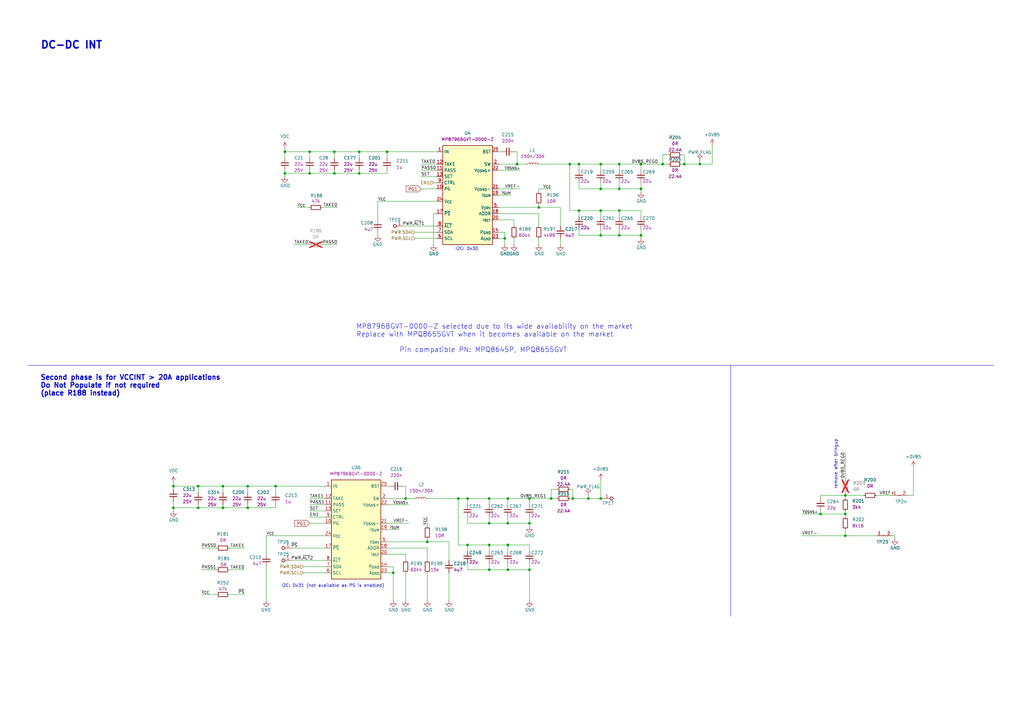
<source format=kicad_sch>
(kicad_sch (version 20231120) (generator "eeschema") (generator_version "8.0")
  (paper "A3")
  (title_block (title "RDIMM DDR5 Tester") (date "2024-12-20") (rev "2.1.0") (comment 1 "www.antmicro.com") (comment 2 "Antmicro"))
  (junction (at 246.38 96.52))
  (junction (at 241.3 204.47))
  (junction (at 336.55 210.82))
  (junction (at 101.6 208.28))
  (junction (at 254 77.47))
  (junction (at 254 67.31))
  (junction (at 113.03 199.39))
  (junction (at 200.66 223.52))
  (junction (at 101.6 199.39))
  (junction (at 200.66 214.63))
  (junction (at 166.37 204.47))
  (junction (at 191.77 223.52))
  (junction (at 158.75 62.23))
  (junction (at 234.95 204.47))
  (junction (at 271.78 67.31))
  (junction (at 254 86.36))
  (junction (at 200.66 204.47))
  (junction (at 147.32 71.12))
  (junction (at 81.28 199.39))
  (junction (at 217.17 214.63))
  (junction (at 237.49 67.31))
  (junction (at 71.12 208.28))
  (junction (at 208.28 223.52))
  (junction (at 287.02 67.31))
  (junction (at 246.38 204.47))
  (junction (at 280.67 67.31))
  (junction (at 127 62.23))
  (junction (at 346.71 210.82))
  (junction (at 254 96.52))
  (junction (at 116.84 71.12))
  (junction (at 246.38 86.36))
  (junction (at 237.49 86.36))
  (junction (at 246.38 77.47))
  (junction (at 212.09 67.31))
  (junction (at 137.16 71.12))
  (junction (at 147.32 62.23))
  (junction (at 346.71 219.71))
  (junction (at 246.38 67.31))
  (junction (at 262.89 77.47))
  (junction (at 208.28 214.63))
  (junction (at 91.44 199.39))
  (junction (at 81.28 208.28))
  (junction (at 91.44 208.28))
  (junction (at 346.71 203.2))
  (junction (at 262.89 67.31))
  (junction (at 175.26 222.25))
  (junction (at 217.17 204.47))
  (junction (at 208.28 233.68))
  (junction (at 127 71.12))
  (junction (at 220.98 85.09))
  (junction (at 233.68 67.31))
  (junction (at 191.77 204.47))
  (junction (at 207.01 97.79))
  (junction (at 208.28 204.47))
  (junction (at 217.17 233.68))
  (junction (at 226.06 204.47))
  (junction (at 137.16 62.23))
  (junction (at 116.84 62.23))
  (junction (at 200.66 233.68))
  (junction (at 161.29 234.95))
  (junction (at 71.12 199.39))
  (junction (at 187.96 204.47))
  (junction (at 262.89 96.52))
  (wire (pts (xy 191.77 204.47) (xy 200.66 204.47)))
  (wire (pts (xy 113.03 208.28) (xy 113.03 207.01)))
  (wire (pts (xy 204.47 67.31) (xy 212.09 67.31)))
  (wire (pts (xy 184.15 234.95) (xy 184.15 246.38)))
  (wire (pts (xy 200.66 223.52) (xy 208.28 223.52)))
  (wire (pts (xy 246.38 67.31) (xy 246.38 69.85)))
  (wire (pts (xy 374.65 191.77) (xy 374.65 203.2)))
  (wire (pts (xy 120.65 100.33) (xy 127 100.33)))
  (wire (pts (xy 365.76 219.71) (xy 367.03 219.71)))
  (wire (pts (xy 116.84 60.96) (xy 116.84 62.23)))
  (wire (pts (xy 204.47 87.63) (xy 220.98 87.63)))
  (wire (pts (xy 246.38 67.31) (xy 254 67.31)))
  (wire (pts (xy 127 62.23) (xy 137.16 62.23)))
  (wire (pts (xy 101.6 199.39) (xy 101.6 201.93)))
  (wire (pts (xy 204.47 85.09) (xy 220.98 85.09)))
  (wire (pts (xy 166.37 227.33) (xy 166.37 229.87)))
  (wire (pts (xy 233.68 200.66) (xy 234.95 200.66)))
  (wire (pts (xy 172.72 67.31) (xy 179.07 67.31)))
  (wire (pts (xy 71.12 199.39) (xy 71.12 200.66)))
  (wire (pts (xy 200.66 204.47) (xy 200.66 207.01)))
  (wire (pts (xy 237.49 67.31) (xy 237.49 69.85)))
  (wire (pts (xy 208.28 223.52) (xy 208.28 226.06)))
  (wire (pts (xy 208.28 204.47) (xy 217.17 204.47)))
  (wire (pts (xy 179.07 82.55) (xy 154.94 82.55)))
  (wire (pts (xy 109.22 219.71) (xy 109.22 227.33)))
  (wire (pts (xy 208.28 204.47) (xy 208.28 207.01)))
  (wire (pts (xy 101.6 199.39) (xy 113.03 199.39)))
  (wire (pts (xy 254 67.31) (xy 254 69.85)))
  (wire (pts (xy 262.89 67.31) (xy 262.89 69.85)))
  (wire (pts (xy 246.38 86.36) (xy 254 86.36)))
  (wire (pts (xy 254 86.36) (xy 254 88.9)))
  (wire (pts (xy 204.47 90.17) (xy 210.82 90.17)))
  (wire (pts (xy 175.26 222.25) (xy 184.15 222.25)))
  (wire (pts (xy 208.28 233.68) (xy 217.17 233.68)))
  (wire (pts (xy 346.71 203.2) (xy 346.71 204.47)))
  (wire (pts (xy 81.28 199.39) (xy 81.28 201.93)))
  (wire (pts (xy 93.98 243.84) (xy 100.33 243.84)))
  (wire (pts (xy 161.29 234.95) (xy 161.29 246.38)))
  (wire (pts (xy 191.77 214.63) (xy 200.66 214.63)))
  (wire (pts (xy 212.09 67.31) (xy 215.9 67.31)))
  (wire (pts (xy 254 74.93) (xy 254 77.47)))
  (wire (pts (xy 161.29 234.95) (xy 158.75 234.95)))
  (wire (pts (xy 254 77.47) (xy 262.89 77.47)))
  (wire (pts (xy 287.02 66.04) (xy 287.02 67.31)))
  (wire (pts (xy 212.09 62.23) (xy 212.09 67.31)))
  (wire (pts (xy 158.75 232.41) (xy 161.29 232.41)))
  (wire (pts (xy 175.26 212.09) (xy 175.26 215.9)))
  (wire (pts (xy 220.98 77.47) (xy 220.98 78.74)))
  (wire (pts (xy 237.49 74.93) (xy 237.49 77.47)))
  (wire (pts (xy 237.49 86.36) (xy 246.38 86.36)))
  (wire (pts (xy 109.22 232.41) (xy 109.22 246.38)))
  (wire (pts (xy 210.82 90.17) (xy 210.82 92.71)))
  (wire (pts (xy 81.28 199.39) (xy 91.44 199.39)))
  (wire (pts (xy 81.28 207.01) (xy 81.28 208.28)))
  (wire (pts (xy 91.44 199.39) (xy 101.6 199.39)))
  (wire (pts (xy 200.66 212.09) (xy 200.66 214.63)))
  (wire (pts (xy 262.89 86.36) (xy 262.89 88.9)))
  (wire (pts (xy 237.49 96.52) (xy 246.38 96.52)))
  (wire (pts (xy 191.77 204.47) (xy 191.77 207.01)))
  (wire (pts (xy 158.75 204.47) (xy 166.37 204.47)))
  (wire (pts (xy 213.36 77.47) (xy 204.47 77.47)))
  (wire (pts (xy 220.98 85.09) (xy 229.87 85.09)))
  (wire (pts (xy 147.32 62.23) (xy 158.75 62.23)))
  (wire (pts (xy 116.84 62.23) (xy 116.84 64.77)))
  (wire (pts (xy 237.49 77.47) (xy 246.38 77.47)))
  (wire (pts (xy 200.66 214.63) (xy 208.28 214.63)))
  (wire (pts (xy 165.1 199.39) (xy 166.37 199.39)))
  (wire (pts (xy 166.37 234.95) (xy 166.37 246.38)))
  (wire (pts (xy 147.32 62.23) (xy 147.32 64.77)))
  (wire (pts (xy 71.12 208.28) (xy 81.28 208.28)))
  (wire (pts (xy 161.29 232.41) (xy 161.29 234.95)))
  (wire (pts (xy 254 93.98) (xy 254 96.52)))
  (wire (pts (xy 158.75 62.23) (xy 179.07 62.23)))
  (wire (pts (xy 279.4 67.31) (xy 280.67 67.31)))
  (wire (pts (xy 262.89 74.93) (xy 262.89 77.47)))
  (wire (pts (xy 124.46 232.41) (xy 133.35 232.41)))
  (wire (pts (xy 241.3 203.2) (xy 241.3 204.47)))
  (wire (pts (xy 226.06 204.47) (xy 228.6 204.47)))
  (wire (pts (xy 138.43 85.09) (xy 132.08 85.09)))
  (wire (pts (xy 116.84 69.85) (xy 116.84 71.12)))
  (wire (pts (xy 127 207.01) (xy 133.35 207.01)))
  (wire (pts (xy 177.8 74.93) (xy 179.07 74.93)))
  (wire (pts (xy 246.38 77.47) (xy 254 77.47)))
  (wire (pts (xy 234.95 204.47) (xy 241.3 204.47)))
  (wire (pts (xy 119.38 229.87) (xy 133.35 229.87)))
  (wire (pts (xy 163.83 217.17) (xy 158.75 217.17)))
  (wire (pts (xy 367.03 220.98) (xy 367.03 219.71)))
  (wire (pts (xy 200.66 233.68) (xy 208.28 233.68)))
  (wire (pts (xy 137.16 62.23) (xy 147.32 62.23)))
  (wire (pts (xy 121.92 85.09) (xy 127 85.09)))
  (wire (pts (xy 262.89 96.52) (xy 262.89 97.79)))
  (wire (pts (xy 204.47 62.23) (xy 205.74 62.23)))
  (wire (pts (xy 328.93 210.82) (xy 336.55 210.82)))
  (wire (pts (xy 217.17 204.47) (xy 217.17 207.01)))
  (wire (pts (xy 81.28 208.28) (xy 91.44 208.28)))
  (wire (pts (xy 175.26 224.79) (xy 175.26 229.87)))
  (wire (pts (xy 233.68 67.31) (xy 233.68 86.36)))
  (wire (pts (xy 200.66 204.47) (xy 208.28 204.47)))
  (wire (pts (xy 234.95 200.66) (xy 234.95 204.47)))
  (polyline (pts (xy 11.43 149.86) (xy 407.67 149.86)))
  (wire (pts (xy 210.82 97.79) (xy 210.82 100.33)))
  (wire (pts (xy 226.06 204.47) (xy 226.06 200.66)))
  (wire (pts (xy 200.66 223.52) (xy 200.66 226.06)))
  (wire (pts (xy 147.32 69.85) (xy 147.32 71.12)))
  (wire (pts (xy 209.55 80.01) (xy 204.47 80.01)))
  (wire (pts (xy 271.78 67.31) (xy 271.78 63.5)))
  (wire (pts (xy 124.46 234.95) (xy 133.35 234.95)))
  (wire (pts (xy 208.28 231.14) (xy 208.28 233.68)))
  (wire (pts (xy 127 62.23) (xy 127 64.77)))
  (wire (pts (xy 154.94 82.55) (xy 154.94 90.17)))
  (wire (pts (xy 346.71 210.82) (xy 336.55 210.82)))
  (wire (pts (xy 127 209.55) (xy 133.35 209.55)))
  (wire (pts (xy 175.26 204.47) (xy 187.96 204.47)))
  (wire (pts (xy 191.77 223.52) (xy 191.77 226.06)))
  (wire (pts (xy 187.96 223.52) (xy 191.77 223.52)))
  (wire (pts (xy 246.38 86.36) (xy 246.38 88.9)))
  (wire (pts (xy 158.75 71.12) (xy 158.75 69.85)))
  (wire (pts (xy 213.36 69.85) (xy 204.47 69.85)))
  (wire (pts (xy 170.18 95.25) (xy 179.07 95.25)))
  (wire (pts (xy 200.66 231.14) (xy 200.66 233.68)))
  (wire (pts (xy 280.67 63.5) (xy 280.67 67.31)))
  (wire (pts (xy 220.98 67.31) (xy 233.68 67.31)))
  (wire (pts (xy 262.89 67.31) (xy 271.78 67.31)))
  (wire (pts (xy 167.64 214.63) (xy 158.75 214.63)))
  (wire (pts (xy 246.38 204.47) (xy 247.65 204.47)))
  (wire (pts (xy 217.17 231.14) (xy 217.17 233.68)))
  (wire (pts (xy 346.71 185.42) (xy 346.71 196.85)))
  (wire (pts (xy 165.1 92.71) (xy 179.07 92.71)))
  (wire (pts (xy 137.16 62.23) (xy 137.16 64.77)))
  (wire (pts (xy 220.98 83.82) (xy 220.98 85.09)))
  (wire (pts (xy 237.49 67.31) (xy 233.68 67.31)))
  (wire (pts (xy 133.35 219.71) (xy 109.22 219.71)))
  (wire (pts (xy 82.55 243.84) (xy 88.9 243.84)))
  (wire (pts (xy 71.12 199.39) (xy 81.28 199.39)))
  (wire (pts (xy 71.12 208.28) (xy 71.12 209.55)))
  (wire (pts (xy 172.72 72.39) (xy 179.07 72.39)))
  (wire (pts (xy 208.28 223.52) (xy 217.17 223.52)))
  (wire (pts (xy 158.75 62.23) (xy 158.75 64.77)))
  (wire (pts (xy 175.26 234.95) (xy 175.26 246.38)))
  (wire (pts (xy 254 67.31) (xy 262.89 67.31)))
  (wire (pts (xy 127 212.09) (xy 133.35 212.09)))
  (wire (pts (xy 207.01 97.79) (xy 204.47 97.79)))
  (wire (pts (xy 237.49 93.98) (xy 237.49 96.52)))
  (wire (pts (xy 346.71 219.71) (xy 359.41 219.71)))
  (wire (pts (xy 191.77 223.52) (xy 200.66 223.52)))
  (wire (pts (xy 207.01 95.25) (xy 207.01 97.79)))
  (wire (pts (xy 116.84 62.23) (xy 127 62.23)))
  (wire (pts (xy 233.68 204.47) (xy 234.95 204.47)))
  (wire (pts (xy 346.71 209.55) (xy 346.71 210.82)))
  (wire (pts (xy 82.55 233.68) (xy 88.9 233.68)))
  (wire (pts (xy 207.01 97.79) (xy 207.01 100.33)))
  (wire (pts (xy 91.44 207.01) (xy 91.44 208.28)))
  (wire (pts (xy 71.12 205.74) (xy 71.12 208.28)))
  (wire (pts (xy 113.03 199.39) (xy 113.03 201.93)))
  (wire (pts (xy 100.33 233.68) (xy 93.98 233.68)))
  (wire (pts (xy 237.49 67.31) (xy 246.38 67.31)))
  (wire (pts (xy 166.37 199.39) (xy 166.37 204.47)))
  (wire (pts (xy 71.12 198.12) (xy 71.12 199.39)))
  (wire (pts (xy 346.71 219.71) (xy 346.71 217.17)))
  (wire (pts (xy 191.77 204.47) (xy 187.96 204.47)))
  (wire (pts (xy 217.17 223.52) (xy 217.17 226.06)))
  (wire (pts (xy 208.28 214.63) (xy 217.17 214.63)))
  (wire (pts (xy 280.67 67.31) (xy 287.02 67.31)))
  (wire (pts (xy 217.17 212.09) (xy 217.17 214.63)))
  (wire (pts (xy 246.38 93.98) (xy 246.38 96.52)))
  (wire (pts (xy 147.32 71.12) (xy 158.75 71.12)))
  (wire (pts (xy 175.26 220.98) (xy 175.26 222.25)))
  (wire (pts (xy 229.87 97.79) (xy 229.87 100.33)))
  (wire (pts (xy 158.75 222.25) (xy 175.26 222.25)))
  (wire (pts (xy 127 71.12) (xy 137.16 71.12)))
  (wire (pts (xy 336.55 203.2) (xy 346.71 203.2)))
  (wire (pts (xy 116.84 71.12) (xy 127 71.12)))
  (wire (pts (xy 154.94 95.25) (xy 154.94 96.52)))
  (wire (pts (xy 166.37 204.47) (xy 170.18 204.47)))
  (wire (pts (xy 233.68 86.36) (xy 237.49 86.36)))
  (wire (pts (xy 172.72 77.47) (xy 179.07 77.47)))
  (wire (pts (xy 137.16 69.85) (xy 137.16 71.12)))
  (wire (pts (xy 184.15 222.25) (xy 184.15 229.87)))
  (wire (pts (xy 328.93 219.71) (xy 346.71 219.71)))
  (wire (pts (xy 158.75 227.33) (xy 166.37 227.33)))
  (polyline (pts (xy 299.72 149.86) (xy 299.72 252.73)))
  (wire (pts (xy 237.49 86.36) (xy 237.49 88.9)))
  (wire (pts (xy 158.75 199.39) (xy 160.02 199.39)))
  (wire (pts (xy 217.17 233.68) (xy 217.17 246.38)))
  (wire (pts (xy 191.77 212.09) (xy 191.77 214.63)))
  (wire (pts (xy 359.41 203.2) (xy 365.76 203.2)))
  (wire (pts (xy 187.96 204.47) (xy 187.96 223.52)))
  (wire (pts (xy 246.38 196.85) (xy 246.38 204.47)))
  (wire (pts (xy 127 204.47) (xy 133.35 204.47)))
  (wire (pts (xy 226.06 200.66) (xy 228.6 200.66)))
  (wire (pts (xy 179.07 87.63) (xy 177.8 87.63)))
  (wire (pts (xy 246.38 74.93) (xy 246.38 77.47)))
  (wire (pts (xy 226.06 77.47) (xy 220.98 77.47)))
  (wire (pts (xy 241.3 204.47) (xy 246.38 204.47)))
  (wire (pts (xy 116.84 71.12) (xy 116.84 72.39)))
  (wire (pts (xy 100.33 224.79) (xy 93.98 224.79)))
  (wire (pts (xy 127 69.85) (xy 127 71.12)))
  (wire (pts (xy 254 86.36) (xy 262.89 86.36)))
  (wire (pts (xy 262.89 77.47) (xy 262.89 78.74)))
  (wire (pts (xy 167.64 207.01) (xy 158.75 207.01)))
  (wire (pts (xy 113.03 199.39) (xy 133.35 199.39)))
  (wire (pts (xy 210.82 62.23) (xy 212.09 62.23)))
  (wire (pts (xy 82.55 224.79) (xy 88.9 224.79)))
  (wire (pts (xy 220.98 87.63) (xy 220.98 92.71)))
  (wire (pts (xy 177.8 87.63) (xy 177.8 100.33)))
  (wire (pts (xy 220.98 97.79) (xy 220.98 100.33)))
  (wire (pts (xy 279.4 63.5) (xy 280.67 63.5)))
  (wire (pts (xy 271.78 63.5) (xy 274.32 63.5)))
  (wire (pts (xy 191.77 231.14) (xy 191.77 233.68)))
  (wire (pts (xy 191.77 233.68) (xy 200.66 233.68)))
  (wire (pts (xy 119.38 224.79) (xy 133.35 224.79)))
  (wire (pts (xy 336.55 204.47) (xy 336.55 203.2)))
  (wire (pts (xy 172.72 69.85) (xy 179.07 69.85)))
  (wire (pts (xy 91.44 199.39) (xy 91.44 201.93)))
  (wire (pts (xy 158.75 224.79) (xy 175.26 224.79)))
  (wire (pts (xy 287.02 67.31) (xy 292.1 67.31)))
  (wire (pts (xy 147.32 71.12) (xy 137.16 71.12)))
  (wire (pts (xy 271.78 67.31) (xy 274.32 67.31)))
  (wire (pts (xy 346.71 203.2) (xy 346.71 201.93)))
  (wire (pts (xy 292.1 59.69) (xy 292.1 67.31)))
  (wire (pts (xy 204.47 95.25) (xy 207.01 95.25)))
  (wire (pts (xy 346.71 203.2) (xy 354.33 203.2)))
  (wire (pts (xy 217.17 204.47) (xy 226.06 204.47)))
  (wire (pts (xy 336.55 210.82) (xy 336.55 209.55)))
  (wire (pts (xy 170.18 97.79) (xy 179.07 97.79)))
  (wire (pts (xy 101.6 207.01) (xy 101.6 208.28)))
  (wire (pts (xy 254 96.52) (xy 262.89 96.52)))
  (wire (pts (xy 346.71 210.82) (xy 346.71 212.09)))
  (wire (pts (xy 229.87 85.09) (xy 229.87 92.71)))
  (wire (pts (xy 101.6 208.28) (xy 91.44 208.28)))
  (wire (pts (xy 217.17 214.63) (xy 217.17 215.9)))
  (wire (pts (xy 138.43 100.33) (xy 132.08 100.33)))
  (wire (pts (xy 246.38 96.52) (xy 254 96.52)))
  (wire (pts (xy 262.89 93.98) (xy 262.89 96.52)))
  (wire (pts (xy 208.28 212.09) (xy 208.28 214.63)))
  (wire (pts (xy 372.11 203.2) (xy 374.65 203.2)))
  (wire (pts (xy 127 214.63) (xy 133.35 214.63)))
  (wire (pts (xy 101.6 208.28) (xy 113.03 208.28)))
  (text "DC-DC INT" (at 16.51 20.32 0) (effects (font (size 3 3) (thickness 0.6) (bold yes)) (justify left bottom)))
  (text "MP8796BGVT-0000-Z selected due to its wide availability on the market\nReplace with MPQ8655GVT when it becomes available on the market" (at 146.05 138.43 0) (effects (font (size 2 2)) (justify left bottom)))
  (text "I2C: 0x31 (not available as PS is enabled)" (at 115.316 241.046 0) (effects (font (size 1.27 1.27)) (justify left bottom)))
  (text "I2C: 0x30" (at 186.69 102.87 0) (effects (font (size 1.27 1.27)) (justify left bottom)))
  (text "remove after bringup" (at 343.535 200.66 90) (effects (font (size 1.27 1.27)) (justify left bottom)))
  (text "Second phase is for VCCINT > 20A applications\nDo Not Populate if not required \n(place R188 instead)\n" (at 16.51 162.56 0) (effects (font (size 2 2) (thickness 0.4) (bold yes)) (justify left bottom)))
  (text "Pin compatible PN: MPQ8645P, MPQ8655GVT" (at 163.83 144.78 0) (effects (font (size 2 2)) (justify left bottom)))
  (label "V_{0SNS+}" (at 213.36 69.85 180))
  (label "I_{SUM}" (at 163.83 217.17 180))
  (label "V_{CC}" (at 109.22 219.71 0))
  (label "PWR.~{ALT}1" (at 165.1 92.71 0))
  (label "PASS0" (at 138.43 100.33 180))
  (label "SET" (at 172.72 72.39 0))
  (label "V_{CC}" (at 121.92 85.09 0))
  (label "SET" (at 127 209.55 0))
  (label "TAKE0" (at 100.33 233.68 180))
  (label "V_{0SNS+}" (at 328.93 210.82 0))
  (label "V_{0SNS+}" (at 167.64 207.01 180))
  (label "VREF-" (at 328.93 219.71 0))
  (label "V_{CC}" (at 226.06 77.47 180))
  (label "V_{CC}" (at 175.26 212.09 270))
  (label "PASS1" (at 82.55 233.68 0))
  (label "PASS0" (at 82.55 224.79 0))
  (label "TAKE0" (at 138.43 85.09 180))
  (label "TAKE1" (at 100.33 224.79 180))
  (label "~{PS}" (at 119.38 224.79 0))
  (label "VREF-" (at 167.64 214.63 180))
  (label "~{PS}" (at 100.33 243.84 180))
  (label "0V85_REG0" (at 346.71 185.42 270))
  (label "VREF-" (at 213.36 77.47 180))
  (label "PWR.~{ALT}2" (at 119.38 229.87 0))
  (label "VREF+" (at 360.68 203.2 0))
  (label "EN1" (at 127 212.09 0))
  (label "TAKE1" (at 127 204.47 0))
  (label "TAKE0" (at 172.72 67.31 0))
  (label "I_{SUM}" (at 209.55 80.01 180))
  (label "PASS1" (at 127 207.01 0))
  (label "V_{CC}" (at 154.94 82.55 0))
  (label "TAKE0" (at 120.65 100.33 0))
  (label "0V85_REG1" (at 213.36 204.47 0))
  (label "V_{CC}" (at 82.55 243.84 0))
  (label "PASS0" (at 172.72 69.85 0))
  (label "0V85_REG0" (at 259.08 67.31 0))
  (global_label "PG1" (shape input) (at 172.72 77.47 180) (property "Intersheetrefs" "${INTERSHEET_REFS}" (at 166.6395 77.47 0) (effects (justify right))))
  (global_label "PG1" (shape input) (at 127 214.63 180) (property "Intersheetrefs" "${INTERSHEET_REFS}" (at 120.9195 214.63 0) (effects (justify right))))
  (hierarchical_label "PWR.SDA" (shape input) (at 170.18 95.25 180))
  (hierarchical_label "EN1" (shape input) (at 177.8 74.93 180))
  (hierarchical_label "PWR.SCL" (shape input) (at 170.18 97.79 180))
  (hierarchical_label "PWR.SDA" (shape input) (at 124.46 232.41 180))
  (hierarchical_label "PWR.SCL" (shape input) (at 124.46 234.95 180))
  (symbol (lib_id "antmicroCapacitors0603:C_22u_0603") (at 254 93.98 90) (unit 1)
    (property "Reference" "C266" (at 254.635 89.535 90) (effects (justify right)))
    (property "Value" "C_22u_0603" (effects (hide yes)))
    (property "Footprint" "antmicro-footprints:C_0603_1608Metric" (effects (hide yes)))
    (property "Datasheet" "https://www.murata.com/products/productdetail?partno=GRM188R60J226MEA0%23" (effects (hide yes)))
    (property "Manufacturer" "Murata" (effects (hide yes)))
    (property "MPN" "GRM188R60J226MEA0D" (effects (hide yes)))
    (property "Val" "22u" (at 254.635 93.345 90) (effects (justify right)))
    (property "License" "Apache-2.0" (effects (hide yes)))
    (property "Author" "Antmicro" (effects (hide yes)))
  )
  (symbol (lib_id "antmicroCapacitors0603:C_22u_0603") (at 217.17 231.14 90) (unit 1)
    (property "Reference" "C272" (at 217.805 226.695 90) (effects (justify right)))
    (property "Value" "C_22u_0603" (effects (hide yes)))
    (property "Footprint" "antmicro-footprints:C_0603_1608Metric" (effects (hide yes)))
    (property "Datasheet" "https://www.murata.com/products/productdetail?partno=GRM188R60J226MEA0%23" (effects (hide yes)))
    (property "Manufacturer" "Murata" (effects (hide yes)))
    (property "MPN" "GRM188R60J226MEA0D" (effects (hide yes)))
    (property "Val" "22u" (at 217.805 230.505 90) (effects (justify right)))
    (property "License" "Apache-2.0" (effects (hide yes)))
    (property "Author" "Antmicro" (effects (hide yes)))
  )
  (symbol (lib_id "antmicroCapacitorsmisc:C_22u_25V_0805") (at 147.32 69.85 90) (unit 1)
    (property "Reference" "C201" (at 151.13 64.7636 90) (effects (justify right)))
    (property "Value" "C_22u_25V_0805" (effects (hide yes)))
    (property "Footprint" "antmicro-footprints:C_0805_2012Metric" (effects (hide yes)))
    (property "Datasheet" "https://product.samsungsem.com/mlcc/CL21A226MAYNNN.do" (effects (hide yes)))
    (property "MPN" "CL21A226MAYNNNE" (effects (hide yes)))
    (property "Manufacturer" "Samsung Electro-Mechanics" (effects (hide yes)))
    (property "License" "Apache-2.0" (effects (hide yes)))
    (property "Author" "Antmicro" (effects (hide yes)))
    (property "Val" "22u" (at 151.13 67.3036 90) (effects (justify right)))
    (property "Voltage" "25V" (at 151.13 69.8436 90) (effects (justify right)))
    (property "Dielectric" "X5R" (effects (hide yes)))
    (property "Public" "False" (effects (hide yes)))
  )
  (symbol (lib_id "antmicroTestPoints:TP_1mm_SMD") (at 119.38 229.87 180) (unit 1)
    (property "Reference" "TP25" (at 116.205 227.33 0))
    (property "Value" "TP_1mm_SMD" (effects (hide yes)))
    (property "Footprint" "antmicro-footprints:TP_SMD_1mm" (effects (hide yes)))
    (property "Author" "Antmicro" (effects (hide yes)))
    (property "License" "Apache-2.0" (effects (hide yes)))
  )
  (symbol (lib_id "antmicroResistors0603:R_0R_22.4A_0603") (at 274.32 63.5 0) (unit 1)
    (property "Reference" "R204" (at 276.86 56.3956 0))
    (property "Value" "R_0R_22.4A_0603" (effects (hide yes)))
    (property "Footprint" "antmicro-footprints:R_0603_1608Metric" (effects (hide yes)))
    (property "Datasheet" "https://fscdn.rohm.com/en/products/databook/datasheet/passive/resistor/chip_resistor/pmr-jpw-e.pdf" (effects (hide yes)))
    (property "Manufacturer" "ROHM Semiconductor" (effects (hide yes)))
    (property "MPN" "PMR03EZPJ000" (effects (hide yes)))
    (property "Val" "0R" (at 276.86 58.9259 0))
    (property "Author" "Antmicro" (effects (hide yes)))
    (property "License" "Apache-2.0" (effects (hide yes)))
    (property "Max. Curr." "22.4A" (at 276.86 61.4496 0))
  )
  (symbol (lib_id "antmicropower:GND") (at 217.17 215.9 0) (unit 1)
    (property "Reference" "#PWR0453" (effects (hide yes)))
    (property "Value" "GND" (at 215.265 220.345 0) (effects (justify left bottom)))
    (property "Author" "Antmicro" (effects (hide yes)))
    (property "License" "Apache-2.0" (effects (hide yes)))
  )
  (symbol (lib_id "antmicroShuntsJumpers:Net-Tie_P0.127mm") (at 359.41 219.71 0) (unit 1) (in_bom no)
    (property "Reference" "TP23" (at 361.95 222.25 0))
    (property "Value" "Net-Tie_P0.127mm" (effects (hide yes)))
    (property "Footprint" "antmicro-footprints:NetTie-2_SMD_Pad0.127mm" (effects (hide yes)))
    (property "Author" "Antmicro" (effects (hide yes)))
    (property "License" "Apache-2.0" (effects (hide yes)))
  )
  (symbol (lib_id "antmicroCapacitors0402:C_4u7_25V_0402") (at 184.15 234.95 90) (unit 1)
    (property "Reference" "C218" (at 186.055 231.14 90) (effects (justify right)))
    (property "Value" "C_4u7_25V_0402" (effects (hide yes)))
    (property "Footprint" "antmicro-footprints:C_0402_1005Metric" (effects (hide yes)))
    (property "Datasheet" "https://www.murata.com/products/productdetail?partno=GRM155C61E475ME15%23" (effects (hide yes)))
    (property "MPN" "GRM155C61E475ME15J" (effects (hide yes)))
    (property "Manufacturer" "Murata" (effects (hide yes)))
    (property "License" "Apache-2.0" (effects (hide yes)))
    (property "Author" "Antmicro" (effects (hide yes)))
    (property "Val" "4u7" (at 186.055 233.68 90) (effects (justify right)))
    (property "Voltage" "25V" (effects (hide yes)))
    (property "Dielectric" "X5S" (effects (hide yes)))
  )
  (symbol (lib_id "antmicroCapacitorsmisc:C_22u_25V_0805") (at 91.44 207.01 90) (unit 1)
    (property "Reference" "C200" (at 95.25 201.9236 90) (effects (justify right)))
    (property "Value" "C_22u_25V_0805" (effects (hide yes)))
    (property "Footprint" "antmicro-footprints:C_0805_2012Metric" (effects (hide yes)))
    (property "Datasheet" "https://product.samsungsem.com/mlcc/CL21A226MAYNNN.do" (effects (hide yes)))
    (property "MPN" "CL21A226MAYNNNE" (effects (hide yes)))
    (property "Manufacturer" "Samsung Electro-Mechanics" (effects (hide yes)))
    (property "License" "Apache-2.0" (effects (hide yes)))
    (property "Author" "Antmicro" (effects (hide yes)))
    (property "Val" "22u" (at 95.25 204.4636 90) (effects (justify right)))
    (property "Voltage" "25V" (at 95.25 207.0036 90) (effects (justify right)))
    (property "Dielectric" "X5R" (effects (hide yes)))
    (property "Public" "False" (effects (hide yes)))
  )
  (symbol (lib_id "antmicropower:GND") (at 220.98 100.33 0) (unit 1)
    (property "Reference" "#PWR0446" (effects (hide yes)))
    (property "Value" "GND" (at 219.075 104.775 0) (effects (justify left bottom)))
    (property "Author" "Antmicro" (effects (hide yes)))
    (property "License" "Apache-2.0" (effects (hide yes)))
  )
  (symbol (lib_id "antmicroResistors0402:R_60k4_0402") (at 210.82 97.79 90) (unit 1)
    (property "Reference" "R189" (at 212.725 93.98 90) (effects (justify right)))
    (property "Value" "R_60k4_0402" (effects (hide yes)))
    (property "Footprint" "antmicro-footprints:R_0402_1005Metric" (effects (hide yes)))
    (property "Datasheet" "https://www.bourns.com/docs/product-datasheets/cr.pdf" (effects (hide yes)))
    (property "MPN" "CR0402-FX-6042GLF" (effects (hide yes)))
    (property "Manufacturer" "Bourns" (effects (hide yes)))
    (property "License" "Apache-2.0" (effects (hide yes)))
    (property "Author" "Antmicro" (effects (hide yes)))
    (property "Val" "60k4" (at 212.725 96.52 90) (effects (justify right)))
    (property "Tolerance" "1%" (effects (hide yes)))
  )
  (symbol (lib_id "antmicroCapacitorsmisc:C_22u_25V_0805") (at 137.16 69.85 90) (unit 1)
    (property "Reference" "C177" (at 140.97 64.7636 90) (effects (justify right)))
    (property "Value" "C_22u_25V_0805" (effects (hide yes)))
    (property "Footprint" "antmicro-footprints:C_0805_2012Metric" (effects (hide yes)))
    (property "Datasheet" "https://product.samsungsem.com/mlcc/CL21A226MAYNNN.do" (effects (hide yes)))
    (property "MPN" "CL21A226MAYNNNE" (effects (hide yes)))
    (property "Manufacturer" "Samsung Electro-Mechanics" (effects (hide yes)))
    (property "License" "Apache-2.0" (effects (hide yes)))
    (property "Author" "Antmicro" (effects (hide yes)))
    (property "Val" "22u" (at 140.97 67.3036 90) (effects (justify right)))
    (property "Voltage" "25V" (at 140.97 69.8436 90) (effects (justify right)))
    (property "Dielectric" "X5R" (effects (hide yes)))
    (property "Public" "False" (effects (hide yes)))
  )
  (symbol (lib_id "antmicroCapacitorsmisc:C_22u_25V_0805") (at 71.12 205.74 90) (unit 1) (in_bom no)
    (property "Reference" "C313" (at 74.93 200.6536 90) (effects (justify right)))
    (property "Value" "C_22u_25V_0805" (effects (hide yes)))
    (property "Footprint" "antmicro-footprints:C_0805_2012Metric" (effects (hide yes)))
    (property "Datasheet" "https://product.samsungsem.com/mlcc/CL21A226MAYNNN.do" (effects (hide yes)))
    (property "MPN" "CL21A226MAYNNNE" (effects (hide yes)))
    (property "Manufacturer" "Samsung Electro-Mechanics" (effects (hide yes)))
    (property "License" "Apache-2.0" (effects (hide yes)))
    (property "Author" "Antmicro" (effects (hide yes)))
    (property "Val" "22u" (at 74.93 203.1936 90) (effects (justify right)))
    (property "Voltage" "25V" (at 74.93 205.7336 90) (effects (justify right)))
    (property "Dielectric" "X5R" (effects (hide yes)))
    (property "Public" "False" (effects (hide yes)))
  )
  (symbol (lib_id "antmicropower:PWR_FLAG") (at 287.02 66.04 0) (unit 1)
    (property "Reference" "#FLG07" (effects (hide yes)))
    (property "Value" "PWR_FLAG" (at 287.02 62.4642 0))
  )
  (symbol (lib_id "antmicroResistors0402:R_0R_0402") (at 127 100.33 0) (unit 1) (in_bom no) (dnp yes)
    (property "Reference" "R186" (at 129.54 94.615 0))
    (property "Value" "R_0R_0402" (effects (hide yes)))
    (property "Footprint" "antmicro-footprints:R_0402_1005Metric" (effects (hide yes)))
    (property "Datasheet" "https://industrial.panasonic.com/cdbs/www-data/pdf/RDA0000/AOA0000C301.pdf" (effects (hide yes)))
    (property "MPN" "ERJ2GE0R00X" (effects (hide yes)))
    (property "Manufacturer" "Panasonic" (effects (hide yes)))
    (property "License" "Apache-2.0" (effects (hide yes)))
    (property "Author" "Antmicro" (effects (hide yes)))
    (property "Val" "0R" (at 129.54 97.155 0))
    (property "Current" "1A" (effects (hide yes)))
  )
  (symbol (lib_id "antmicroResistors0402:R_10R_0402") (at 175.26 220.98 90) (unit 1)
    (property "Reference" "R198" (at 178.435 217.17 90) (effects (justify right)))
    (property "Value" "R_10R_0402" (effects (hide yes)))
    (property "Footprint" "antmicro-footprints:R_0402_1005Metric" (effects (hide yes)))
    (property "Datasheet" "https://www.bourns.com/docs/product-datasheets/cr.pdf" (effects (hide yes)))
    (property "MPN" "CR0402-FX-10R0GLF" (effects (hide yes)))
    (property "Manufacturer" "Bourns" (effects (hide yes)))
    (property "License" "Apache-2.0" (effects (hide yes)))
    (property "Author" "Antmicro" (effects (hide yes)))
    (property "Val" "10R" (at 178.435 219.71 90) (effects (justify right)))
    (property "Tolerance" "1%" (effects (hide yes)))
  )
  (symbol (lib_id "antmicroCapacitorsmisc:C_22u_25V_0805") (at 116.84 69.85 90) (unit 1)
    (property "Reference" "C21" (at 120.65 64.7636 90) (effects (justify right)))
    (property "Value" "C_22u_25V_0805" (effects (hide yes)))
    (property "Footprint" "antmicro-footprints:C_0805_2012Metric" (effects (hide yes)))
    (property "Datasheet" "https://product.samsungsem.com/mlcc/CL21A226MAYNNN.do" (effects (hide yes)))
    (property "MPN" "CL21A226MAYNNNE" (effects (hide yes)))
    (property "Manufacturer" "Samsung Electro-Mechanics" (effects (hide yes)))
    (property "License" "Apache-2.0" (effects (hide yes)))
    (property "Author" "Antmicro" (effects (hide yes)))
    (property "Val" "22u" (at 120.65 67.3036 90) (effects (justify right)))
    (property "Voltage" "25V" (at 120.65 69.8436 90) (effects (justify right)))
    (property "Dielectric" "X5R" (effects (hide yes)))
    (property "Public" "False" (effects (hide yes)))
  )
  (symbol (lib_id "antmicroCapacitorsmisc:C_22u_25V_0805") (at 101.6 207.01 90) (unit 1)
    (property "Reference" "C202" (at 105.41 201.9236 90) (effects (justify right)))
    (property "Value" "C_22u_25V_0805" (effects (hide yes)))
    (property "Footprint" "antmicro-footprints:C_0805_2012Metric" (effects (hide yes)))
    (property "Datasheet" "https://product.samsungsem.com/mlcc/CL21A226MAYNNN.do" (effects (hide yes)))
    (property "MPN" "CL21A226MAYNNNE" (effects (hide yes)))
    (property "Manufacturer" "Samsung Electro-Mechanics" (effects (hide yes)))
    (property "License" "Apache-2.0" (effects (hide yes)))
    (property "Author" "Antmicro" (effects (hide yes)))
    (property "Val" "22u" (at 105.41 204.4636 90) (effects (justify right)))
    (property "Voltage" "25V" (at 105.41 207.0036 90) (effects (justify right)))
    (property "Dielectric" "X5R" (effects (hide yes)))
    (property "Public" "False" (effects (hide yes)))
  )
  (symbol (lib_id "antmicropower:GND") (at 161.29 246.38 0) (unit 1)
    (property "Reference" "#PWR0443" (effects (hide yes)))
    (property "Value" "GND" (at 159.385 250.825 0) (effects (justify left bottom)))
    (property "Author" "Antmicro" (effects (hide yes)))
    (property "License" "Apache-2.0" (effects (hide yes)))
  )
  (symbol (lib_id "antmicroResistors0402:R_3k4_0402") (at 346.71 209.55 90) (unit 1)
    (property "Reference" "R201" (at 349.504 205.486 90) (effects (justify right)))
    (property "Value" "R_3k4_0402" (effects (hide yes)))
    (property "Footprint" "antmicro-footprints:R_0402_1005Metric" (effects (hide yes)))
    (property "Datasheet" "https://www.yageo.com/upload/media/product/app/datasheet/rchip/pyu-rt_1-to-0.01_rohs_l.pdf" (effects (hide yes)))
    (property "MPN" "RT0402BRD073K4L" (effects (hide yes)))
    (property "Manufacturer" "YAGEO" (effects (hide yes)))
    (property "License" "Apache-2.0" (effects (hide yes)))
    (property "Author" "Antmicro" (effects (hide yes)))
    (property "Val" "3k4" (at 349.504 208.026 90) (effects (justify right)))
    (property "Tolerance" "0.1%" (effects (hide yes)))
  )
  (symbol (lib_id "antmicropower:+0V85") (at 246.38 196.85 0) (unit 1)
    (property "Reference" "#PWR0456" (effects (hide yes)))
    (property "Value" "+0V85" (at 246.38 192.405 0))
  )
  (symbol (lib_id "antmicropower:PWR_FLAG") (at 241.3 203.2 0) (unit 1)
    (property "Reference" "#FLG08" (effects (hide yes)))
    (property "Value" "PWR_FLAG" (at 241.3 199.6242 0))
  )
  (symbol (lib_id "antmicroCapacitors0603:C_22u_0603") (at 237.49 74.93 90) (unit 1)
    (property "Reference" "C219" (at 238.125 70.485 90) (effects (justify right)))
    (property "Value" "C_22u_0603" (effects (hide yes)))
    (property "Footprint" "antmicro-footprints:C_0603_1608Metric" (effects (hide yes)))
    (property "Datasheet" "https://www.murata.com/products/productdetail?partno=GRM188R60J226MEA0%23" (effects (hide yes)))
    (property "Manufacturer" "Murata" (effects (hide yes)))
    (property "MPN" "GRM188R60J226MEA0D" (effects (hide yes)))
    (property "Val" "22u" (at 238.125 74.295 90) (effects (justify right)))
    (property "License" "Apache-2.0" (effects (hide yes)))
    (property "Author" "Antmicro" (effects (hide yes)))
  )
  (symbol (lib_id "antmicroResistors0402:R_0R_0402") (at 346.71 201.93 90) (unit 1) (in_bom no) (dnp yes)
    (property "Reference" "R203" (at 349.885 198.12 90) (effects (justify right)))
    (property "Value" "R_0R_0402" (effects (hide yes)))
    (property "Footprint" "antmicro-footprints:R_0402_1005Metric" (effects (hide yes)))
    (property "Datasheet" "https://industrial.panasonic.com/cdbs/www-data/pdf/RDA0000/AOA0000C301.pdf" (effects (hide yes)))
    (property "MPN" "ERJ2GE0R00X" (effects (hide yes)))
    (property "Manufacturer" "Panasonic" (effects (hide yes)))
    (property "License" "Apache-2.0" (effects (hide yes)))
    (property "Author" "Antmicro" (effects (hide yes)))
    (property "Val" "0R" (at 349.885 200.66 90) (effects (justify right)))
    (property "Current" "1A" (effects (hide yes)))
  )
  (symbol (lib_id "antmicroCapacitors0603:C_22u_0603") (at 237.49 93.98 90) (unit 1)
    (property "Reference" "C220" (at 238.125 89.535 90) (effects (justify right)))
    (property "Value" "C_22u_0603" (effects (hide yes)))
    (property "Footprint" "antmicro-footprints:C_0603_1608Metric" (effects (hide yes)))
    (property "Datasheet" "https://www.murata.com/products/productdetail?partno=GRM188R60J226MEA0%23" (effects (hide yes)))
    (property "Manufacturer" "Murata" (effects (hide yes)))
    (property "MPN" "GRM188R60J226MEA0D" (effects (hide yes)))
    (property "Val" "22u" (at 238.125 93.345 90) (effects (justify right)))
    (property "License" "Apache-2.0" (effects (hide yes)))
    (property "Author" "Antmicro" (effects (hide yes)))
  )
  (symbol (lib_id "antmicroCapacitors0402:C_4u7_25V_0402") (at 229.87 97.79 90) (unit 1)
    (property "Reference" "C217" (at 231.775 93.98 90) (effects (justify right)))
    (property "Value" "C_4u7_25V_0402" (effects (hide yes)))
    (property "Footprint" "antmicro-footprints:C_0402_1005Metric" (effects (hide yes)))
    (property "Datasheet" "https://www.murata.com/products/productdetail?partno=GRM155C61E475ME15%23" (effects (hide yes)))
    (property "MPN" "GRM155C61E475ME15J" (effects (hide yes)))
    (property "Manufacturer" "Murata" (effects (hide yes)))
    (property "License" "Apache-2.0" (effects (hide yes)))
    (property "Author" "Antmicro" (effects (hide yes)))
    (property "Val" "4u7" (at 231.775 96.52 90) (effects (justify right)))
    (property "Voltage" "25V" (effects (hide yes)))
    (property "Dielectric" "X5S" (effects (hide yes)))
  )
  (symbol (lib_id "antmicropower:GND") (at 109.22 246.38 0) (mirror y) (unit 1)
    (property "Reference" "#PWR0400" (effects (hide yes)))
    (property "Value" "GND" (at 111.125 250.825 0) (effects (justify left bottom)))
    (property "Author" "Antmicro" (effects (hide yes)))
    (property "License" "Apache-2.0" (effects (hide yes)))
  )
  (symbol (lib_id "antmicropower:GND") (at 262.89 78.74 0) (unit 1)
    (property "Reference" "#PWR0451" (effects (hide yes)))
    (property "Value" "GND" (at 260.985 83.185 0) (effects (justify left bottom)))
    (property "Author" "Antmicro" (effects (hide yes)))
    (property "License" "Apache-2.0" (effects (hide yes)))
  )
  (symbol (lib_id "antmicroTestPoints:TP_1mm_SMD") (at 247.65 204.47 0) (unit 1)
    (property "Reference" "TP17" (at 247.015 206.375 0) (effects (justify left)))
    (property "Value" "TP_1mm_SMD" (effects (hide yes)))
    (property "Footprint" "antmicro-footprints:TP_SMD_1mm" (effects (hide yes)))
    (property "Author" "Antmicro" (effects (hide yes)))
    (property "License" "Apache-2.0" (effects (hide yes)))
  )
  (symbol (lib_id "antmicroTestPoints:TP_1mm_SMD") (at 119.38 224.79 180) (unit 1)
    (property "Reference" "TP26" (at 116.205 222.25 0))
    (property "Value" "TP_1mm_SMD" (effects (hide yes)))
    (property "Footprint" "antmicro-footprints:TP_SMD_1mm" (effects (hide yes)))
    (property "Author" "Antmicro" (effects (hide yes)))
    (property "License" "Apache-2.0" (effects (hide yes)))
  )
  (symbol (lib_id "antmicroCapacitors0603:C_22u_0603") (at 200.66 231.14 90) (unit 1)
    (property "Reference" "C263" (at 201.295 226.695 90) (effects (justify right)))
    (property "Value" "C_22u_0603" (effects (hide yes)))
    (property "Footprint" "antmicro-footprints:C_0603_1608Metric" (effects (hide yes)))
    (property "Datasheet" "https://www.murata.com/products/productdetail?partno=GRM188R60J226MEA0%23" (effects (hide yes)))
    (property "Manufacturer" "Murata" (effects (hide yes)))
    (property "MPN" "GRM188R60J226MEA0D" (effects (hide yes)))
    (property "Val" "22u" (at 201.295 230.505 90) (effects (justify right)))
    (property "License" "Apache-2.0" (effects (hide yes)))
    (property "Author" "Antmicro" (effects (hide yes)))
  )
  (symbol (lib_id "antmicropower:GND") (at 175.26 246.38 0) (unit 1)
    (property "Reference" "#PWR0447" (effects (hide yes)))
    (property "Value" "GND" (at 173.355 250.825 0) (effects (justify left bottom)))
    (property "Author" "Antmicro" (effects (hide yes)))
    (property "License" "Apache-2.0" (effects (hide yes)))
  )
  (symbol (lib_id "antmicroCapacitors0402:C_1u_25V_0402") (at 113.03 207.01 90) (unit 1)
    (property "Reference" "C213" (at 116.84 203.1936 90) (effects (justify right)))
    (property "Value" "C_1u_25V_0402" (effects (hide yes)))
    (property "Footprint" "antmicro-footprints:C_0402_1005Metric" (effects (hide yes)))
    (property "Datasheet" "https://www.murata.com/products/productdetail?partno=GRM155R61E105KE11%23" (effects (hide yes)))
    (property "MPN" "GRM155R61E105KE11J" (effects (hide yes)))
    (property "Manufacturer" "Murata" (effects (hide yes)))
    (property "License" "Apache-2.0" (effects (hide yes)))
    (property "Author" "Antmicro" (effects (hide yes)))
    (property "Val" "1u" (at 116.84 205.7336 90) (effects (justify right)))
    (property "Voltage" "25V" (effects (hide yes)))
    (property "Dielectric" "X5R" (effects (hide yes)))
  )
  (symbol (lib_id "antmicroCapacitorsmisc:C_22u_25V_0805") (at 81.28 207.01 90) (unit 1) (in_bom no)
    (property "Reference" "C314" (at 85.09 201.9236 90) (effects (justify right)))
    (property "Value" "C_22u_25V_0805" (effects (hide yes)))
    (property "Footprint" "antmicro-footprints:C_0805_2012Metric" (effects (hide yes)))
    (property "Datasheet" "https://product.samsungsem.com/mlcc/CL21A226MAYNNN.do" (effects (hide yes)))
    (property "MPN" "CL21A226MAYNNNE" (effects (hide yes)))
    (property "Manufacturer" "Samsung Electro-Mechanics" (effects (hide yes)))
    (property "License" "Apache-2.0" (effects (hide yes)))
    (property "Author" "Antmicro" (effects (hide yes)))
    (property "Val" "22u" (at 85.09 204.4636 90) (effects (justify right)))
    (property "Voltage" "25V" (at 85.09 207.0036 90) (effects (justify right)))
    (property "Dielectric" "X5R" (effects (hide yes)))
    (property "Public" "False" (effects (hide yes)))
  )
  (symbol (lib_id "antmicropower:GND") (at 210.82 100.33 0) (unit 1)
    (property "Reference" "#PWR0444" (effects (hide yes)))
    (property "Value" "GND" (at 208.915 104.775 0) (effects (justify left bottom)))
    (property "Author" "Antmicro" (effects (hide yes)))
    (property "License" "Apache-2.0" (effects (hide yes)))
  )
  (symbol (lib_id "antmicroCapacitors0603:C_22u_0603") (at 208.28 212.09 90) (unit 1)
    (property "Reference" "C267" (at 208.915 207.645 90) (effects (justify right)))
    (property "Value" "C_22u_0603" (effects (hide yes)))
    (property "Footprint" "antmicro-footprints:C_0603_1608Metric" (effects (hide yes)))
    (property "Datasheet" "https://www.murata.com/products/productdetail?partno=GRM188R60J226MEA0%23" (effects (hide yes)))
    (property "Manufacturer" "Murata" (effects (hide yes)))
    (property "MPN" "GRM188R60J226MEA0D" (effects (hide yes)))
    (property "Val" "22u" (at 208.915 211.455 90) (effects (justify right)))
    (property "License" "Apache-2.0" (effects (hide yes)))
    (property "Author" "Antmicro" (effects (hide yes)))
  )
  (symbol (lib_id "antmicroResistors0402:R_0R_0402") (at 88.9 233.68 0) (unit 1)
    (property "Reference" "R185" (at 91.694 229.108 0))
    (property "Value" "R_0R_0402" (effects (hide yes)))
    (property "Footprint" "antmicro-footprints:R_0402_1005Metric" (effects (hide yes)))
    (property "Datasheet" "https://industrial.panasonic.com/cdbs/www-data/pdf/RDA0000/AOA0000C301.pdf" (effects (hide yes)))
    (property "MPN" "ERJ2GE0R00X" (effects (hide yes)))
    (property "Manufacturer" "Panasonic" (effects (hide yes)))
    (property "License" "Apache-2.0" (effects (hide yes)))
    (property "Author" "Antmicro" (effects (hide yes)))
    (property "Val" "0R" (at 91.694 231.648 0))
    (property "Current" "1A" (effects (hide yes)))
  )
  (symbol (lib_id "antmicroCapacitors0603:C_22u_0603") (at 191.77 212.09 90) (unit 1)
    (property "Reference" "C221" (at 192.405 207.645 90) (effects (justify right)))
    (property "Value" "C_22u_0603" (effects (hide yes)))
    (property "Footprint" "antmicro-footprints:C_0603_1608Metric" (effects (hide yes)))
    (property "Datasheet" "https://www.murata.com/products/productdetail?partno=GRM188R60J226MEA0%23" (effects (hide yes)))
    (property "Manufacturer" "Murata" (effects (hide yes)))
    (property "MPN" "GRM188R60J226MEA0D" (effects (hide yes)))
    (property "Val" "22u" (at 192.405 211.455 90) (effects (justify right)))
    (property "License" "Apache-2.0" (effects (hide yes)))
    (property "Author" "Antmicro" (effects (hide yes)))
  )
  (symbol (lib_id "antmicroCapacitors0603:C_22u_0603") (at 246.38 93.98 90) (unit 1)
    (property "Reference" "C261" (at 247.015 89.535 90) (effects (justify right)))
    (property "Value" "C_22u_0603" (effects (hide yes)))
    (property "Footprint" "antmicro-footprints:C_0603_1608Metric" (effects (hide yes)))
    (property "Datasheet" "https://www.murata.com/products/productdetail?partno=GRM188R60J226MEA0%23" (effects (hide yes)))
    (property "Manufacturer" "Murata" (effects (hide yes)))
    (property "MPN" "GRM188R60J226MEA0D" (effects (hide yes)))
    (property "Val" "22u" (at 247.015 93.345 90) (effects (justify right)))
    (property "License" "Apache-2.0" (effects (hide yes)))
    (property "Author" "Antmicro" (effects (hide yes)))
  )
  (symbol (lib_id "antmicropower:+0V85") (at 374.65 191.77 0) (unit 1)
    (property "Reference" "#PWR0450" (effects (hide yes)))
    (property "Value" "+0V85" (at 374.65 187.325 0))
  )
  (symbol (lib_id "antmicropower:VDC") (at 71.12 198.12 0) (unit 1)
    (property "Reference" "#PWR0362" (effects (hide yes)))
    (property "Value" "VDC" (at 71.12 193.04 0))
  )
  (symbol (lib_id "antmicropower:GND") (at 207.01 100.33 0) (unit 1)
    (property "Reference" "#PWR0424" (effects (hide yes)))
    (property "Value" "GND" (at 205.105 104.775 0) (effects (justify left bottom)))
    (property "Author" "Antmicro" (effects (hide yes)))
    (property "License" "Apache-2.0" (effects (hide yes)))
  )
  (symbol (lib_id "antmicroCapacitors0402:C_4u7_25V_0402") (at 109.22 232.41 270) (mirror x) (unit 1)
    (property "Reference" "C210" (at 107.315 228.6 90) (effects (justify right)))
    (property "Value" "C_4u7_25V_0402" (effects (hide yes)))
    (property "Footprint" "antmicro-footprints:C_0402_1005Metric" (effects (hide yes)))
    (property "Datasheet" "https://www.murata.com/products/productdetail?partno=GRM155C61E475ME15%23" (effects (hide yes)))
    (property "MPN" "GRM155C61E475ME15J" (effects (hide yes)))
    (property "Manufacturer" "Murata" (effects (hide yes)))
    (property "License" "Apache-2.0" (effects (hide yes)))
    (property "Author" "Antmicro" (effects (hide yes)))
    (property "Val" "4u7" (at 107.315 231.14 90) (effects (justify right)))
    (property "Voltage" "25V" (effects (hide yes)))
    (property "Dielectric" "X5S" (effects (hide yes)))
  )
  (symbol (lib_id "antmicropower:GND") (at 184.15 246.38 0) (unit 1)
    (property "Reference" "#PWR0449" (effects (hide yes)))
    (property "Value" "GND" (at 182.245 250.825 0) (effects (justify left bottom)))
    (property "Author" "Antmicro" (effects (hide yes)))
    (property "License" "Apache-2.0" (effects (hide yes)))
  )
  (symbol (lib_id "antmicroResistors0402:R_4k99_0402") (at 220.98 97.79 90) (unit 1)
    (property "Reference" "R197" (at 222.885 93.98 90) (effects (justify right)))
    (property "Value" "R_4k99_0402" (effects (hide yes)))
    (property "Footprint" "antmicro-footprints:R_0402_1005Metric" (effects (hide yes)))
    (property "Datasheet" "https://www.bourns.com/docs/product-datasheets/cr.pdf" (effects (hide yes)))
    (property "MPN" "CR0402-FX-4991GLF" (effects (hide yes)))
    (property "Manufacturer" "Bourns" (effects (hide yes)))
    (property "License" "Apache-2.0" (effects (hide yes)))
    (property "Author" "Antmicro" (effects (hide yes)))
    (property "Val" "4k99" (at 222.885 96.52 90) (effects (justify right)))
    (property "Tolerance" "1%" (effects (hide yes)))
  )
  (symbol (lib_id "antmicropower:GND") (at 166.37 246.38 0) (unit 1)
    (property "Reference" "#PWR0445" (effects (hide yes)))
    (property "Value" "GND" (at 164.465 250.825 0) (effects (justify left bottom)))
    (property "Author" "Antmicro" (effects (hide yes)))
    (property "License" "Apache-2.0" (effects (hide yes)))
  )
  (symbol (lib_id "antmicroCapacitors0402:C_220n_16V_0402") (at 205.74 62.23 0) (unit 1)
    (property "Reference" "C215" (at 208.2863 55.245 0))
    (property "Value" "C_220n_16V_0402" (effects (hide yes)))
    (property "Footprint" "antmicro-footprints:C_0402_1005Metric" (effects (hide yes)))
    (property "Datasheet" "https://www.murata.com/products/productdetail?partno=GRM155R71C224KA12%23" (effects (hide yes)))
    (property "MPN" "GRM155R71C224KA12D" (effects (hide yes)))
    (property "Manufacturer" "Murata" (effects (hide yes)))
    (property "License" "Apache-2.0" (effects (hide yes)))
    (property "Author" "Antmicro" (effects (hide yes)))
    (property "Val" "220n" (at 208.2863 57.785 0))
    (property "Voltage" "16V" (effects (hide yes)))
    (property "Dielectric" "X7R" (effects (hide yes)))
  )
  (symbol (lib_id "antmicropower:GND") (at 262.89 97.79 0) (unit 1)
    (property "Reference" "#PWR0452" (effects (hide yes)))
    (property "Value" "GND" (at 260.985 102.235 0) (effects (justify left bottom)))
    (property "Author" "Antmicro" (effects (hide yes)))
    (property "License" "Apache-2.0" (effects (hide yes)))
  )
  (symbol (lib_id "antmicroCapacitors0603:C_22u_0603") (at 246.38 74.93 90) (unit 1)
    (property "Reference" "C259" (at 247.015 70.485 90) (effects (justify right)))
    (property "Value" "C_22u_0603" (effects (hide yes)))
    (property "Footprint" "antmicro-footprints:C_0603_1608Metric" (effects (hide yes)))
    (property "Datasheet" "https://www.murata.com/products/productdetail?partno=GRM188R60J226MEA0%23" (effects (hide yes)))
    (property "Manufacturer" "Murata" (effects (hide yes)))
    (property "MPN" "GRM188R60J226MEA0D" (effects (hide yes)))
    (property "Val" "22u" (at 247.015 74.295 90) (effects (justify right)))
    (property "License" "Apache-2.0" (effects (hide yes)))
    (property "Author" "Antmicro" (effects (hide yes)))
  )
  (symbol (lib_id "antmicroResistors0402:R_0R_0402") (at 359.41 203.2 180) (unit 1)
    (property "Reference" "R200" (at 356.87 196.85 0))
    (property "Value" "R_0R_0402" (effects (hide yes)))
    (property "Footprint" "antmicro-footprints:R_0402_1005Metric" (effects (hide yes)))
    (property "Datasheet" "https://industrial.panasonic.com/cdbs/www-data/pdf/RDA0000/AOA0000C301.pdf" (effects (hide yes)))
    (property "MPN" "ERJ2GE0R00X" (effects (hide yes)))
    (property "Manufacturer" "Panasonic" (effects (hide yes)))
    (property "License" "Apache-2.0" (effects (hide yes)))
    (property "Author" "Antmicro" (effects (hide yes)))
    (property "Val" "0R" (at 356.87 199.39 0))
    (property "Current" "1A" (effects (hide yes)))
  )
  (symbol (lib_id "antmicropower:GND") (at 154.94 96.52 0) (mirror y) (unit 1)
    (property "Reference" "#PWR0397" (effects (hide yes)))
    (property "Value" "GND" (at 156.845 100.965 0) (effects (justify left bottom)))
    (property "Author" "Antmicro" (effects (hide yes)))
    (property "License" "Apache-2.0" (effects (hide yes)))
  )
  (symbol (lib_id "antmicroDCDCConverters:MP8796B") (at 179.07 62.23 0) (unit 1)
    (property "Reference" "U4" (at 191.77 54.61 0))
    (property "Value" "MP8796B" (effects (hide yes)))
    (property "Footprint" "antmicro-footprints:TQFN-25_4x5mm" (effects (hide yes)))
    (property "Datasheet" "https://www.monolithicpower.com/en/documentview/productdocument/index/version/2/document_type/Datasheet/lang/en/sku/MP8796B/" (effects (hide yes)))
    (property "MPN" "MP8796BGVT-0000-Z" (at 191.77 57.15 0))
    (property "Manufacturer" "Monolithic Power Systems" (effects (hide yes)))
    (property "Author" "Antmicro" (effects (hide yes)))
    (property "License" "Apache-2.0" (effects (hide yes)))
  )
  (symbol (lib_id "antmicropower:+0V85") (at 292.1 59.69 0) (unit 1)
    (property "Reference" "#PWR0455" (effects (hide yes)))
    (property "Value" "+0V85" (at 292.1 55.245 0))
  )
  (symbol (lib_id "antmicroShuntsJumpers:Net-Tie_P0.127mm") (at 365.76 203.2 0) (unit 1) (in_bom no)
    (property "Reference" "TP24" (at 369.57 205.74 0))
    (property "Value" "Net-Tie_P0.127mm" (effects (hide yes)))
    (property "Footprint" "antmicro-footprints:NetTie-2_SMD_Pad0.127mm" (effects (hide yes)))
    (property "Author" "Antmicro" (effects (hide yes)))
    (property "License" "Apache-2.0" (effects (hide yes)))
  )
  (symbol (lib_id "antmicroResistors0402:R_47k_0402") (at 127 85.09 0) (unit 1)
    (property "Reference" "R188" (at 129.794 80.264 0))
    (property "Value" "R_47k_0402" (effects (hide yes)))
    (property "Footprint" "antmicro-footprints:R_0402_1005Metric" (effects (hide yes)))
    (property "Datasheet" "https://www.bourns.com/docs/product-datasheets/cr.pdf" (effects (hide yes)))
    (property "MPN" "CR0402-FX-4702GLF" (effects (hide yes)))
    (property "Manufacturer" "Bourns" (effects (hide yes)))
    (property "License" "Apache-2.0" (effects (hide yes)))
    (property "Author" "Antmicro" (effects (hide yes)))
    (property "Val" "47k" (at 129.54 82.55 0))
    (property "Tolerance" "1%" (effects (hide yes)))
  )
  (symbol (lib_id "antmicropower:GND") (at 116.84 72.39 0) (unit 1)
    (property "Reference" "#PWR0356" (effects (hide yes)))
    (property "Value" "GND" (at 114.935 76.835 0) (effects (justify left bottom)))
    (property "Author" "Antmicro" (effects (hide yes)))
    (property "License" "Apache-2.0" (effects (hide yes)))
  )
  (symbol (lib_id "antmicroCapacitors0603:C_22u_0603") (at 208.28 231.14 90) (unit 1)
    (property "Reference" "C268" (at 208.915 226.695 90) (effects (justify right)))
    (property "Value" "C_22u_0603" (effects (hide yes)))
    (property "Footprint" "antmicro-footprints:C_0603_1608Metric" (effects (hide yes)))
    (property "Datasheet" "https://www.murata.com/products/productdetail?partno=GRM188R60J226MEA0%23" (effects (hide yes)))
    (property "Manufacturer" "Murata" (effects (hide yes)))
    (property "MPN" "GRM188R60J226MEA0D" (effects (hide yes)))
    (property "Val" "22u" (at 208.915 230.505 90) (effects (justify right)))
    (property "License" "Apache-2.0" (effects (hide yes)))
    (property "Author" "Antmicro" (effects (hide yes)))
  )
  (symbol (lib_id "antmicroResistors0402:R_60k4_0402") (at 166.37 234.95 90) (unit 1)
    (property "Reference" "R195" (at 168.275 231.14 90) (effects (justify right)))
    (property "Value" "R_60k4_0402" (effects (hide yes)))
    (property "Footprint" "antmicro-footprints:R_0402_1005Metric" (effects (hide yes)))
    (property "Datasheet" "https://www.bourns.com/docs/product-datasheets/cr.pdf" (effects (hide yes)))
    (property "MPN" "CR0402-FX-6042GLF" (effects (hide yes)))
    (property "Manufacturer" "Bourns" (effects (hide yes)))
    (property "License" "Apache-2.0" (effects (hide yes)))
    (property "Author" "Antmicro" (effects (hide yes)))
    (property "Val" "60k4" (at 168.275 233.68 90) (effects (justify right)))
    (property "Tolerance" "1%" (effects (hide yes)))
  )
  (symbol (lib_id "antmicroCapacitors0603:C_22u_0603") (at 217.17 212.09 90) (unit 1)
    (property "Reference" "C271" (at 217.805 207.645 90) (effects (justify right)))
    (property "Value" "C_22u_0603" (effects (hide yes)))
    (property "Footprint" "antmicro-footprints:C_0603_1608Metric" (effects (hide yes)))
    (property "Datasheet" "https://www.murata.com/products/productdetail?partno=GRM188R60J226MEA0%23" (effects (hide yes)))
    (property "Manufacturer" "Murata" (effects (hide yes)))
    (property "MPN" "GRM188R60J226MEA0D" (effects (hide yes)))
    (property "Val" "22u" (at 217.805 211.455 90) (effects (justify right)))
    (property "License" "Apache-2.0" (effects (hide yes)))
    (property "Author" "Antmicro" (effects (hide yes)))
  )
  (symbol (lib_id "antmicropower:GND") (at 217.17 246.38 0) (unit 1)
    (property "Reference" "#PWR0454" (effects (hide yes)))
    (property "Value" "GND" (at 215.265 250.825 0) (effects (justify left bottom)))
    (property "Author" "Antmicro" (effects (hide yes)))
    (property "License" "Apache-2.0" (effects (hide yes)))
  )
  (symbol (lib_id "antmicropower:GND") (at 71.12 209.55 0) (unit 1)
    (property "Reference" "#PWR0393" (effects (hide yes)))
    (property "Value" "GND" (at 69.215 213.995 0) (effects (justify left bottom)))
    (property "Author" "Antmicro" (effects (hide yes)))
    (property "License" "Apache-2.0" (effects (hide yes)))
  )
  (symbol (lib_id "antmicroCapacitorsmisc:C_22u_25V_0805") (at 127 69.85 90) (unit 1)
    (property "Reference" "C28" (at 130.81 64.7636 90) (effects (justify right)))
    (property "Value" "C_22u_25V_0805" (effects (hide yes)))
    (property "Footprint" "antmicro-footprints:C_0805_2012Metric" (effects (hide yes)))
    (property "Datasheet" "https://product.samsungsem.com/mlcc/CL21A226MAYNNN.do" (effects (hide yes)))
    (property "MPN" "CL21A226MAYNNNE" (effects (hide yes)))
    (property "Manufacturer" "Samsung Electro-Mechanics" (effects (hide yes)))
    (property "License" "Apache-2.0" (effects (hide yes)))
    (property "Author" "Antmicro" (effects (hide yes)))
    (property "Val" "22u" (at 130.81 67.3036 90) (effects (justify right)))
    (property "Voltage" "25V" (at 130.81 69.8436 90) (effects (justify right)))
    (property "Dielectric" "X5R" (effects (hide yes)))
    (property "Public" "False" (effects (hide yes)))
  )
  (symbol (lib_id "antmicroCapacitors0603:C_22u_0603") (at 262.89 93.98 90) (unit 1)
    (property "Reference" "C270" (at 263.525 89.535 90) (effects (justify right)))
    (property "Value" "C_22u_0603" (effects (hide yes)))
    (property "Footprint" "antmicro-footprints:C_0603_1608Metric" (effects (hide yes)))
    (property "Datasheet" "https://www.murata.com/products/productdetail?partno=GRM188R60J226MEA0%23" (effects (hide yes)))
    (property "Manufacturer" "Murata" (effects (hide yes)))
    (property "MPN" "GRM188R60J226MEA0D" (effects (hide yes)))
    (property "Val" "22u" (at 263.525 93.345 90) (effects (justify right)))
    (property "License" "Apache-2.0" (effects (hide yes)))
    (property "Author" "Antmicro" (effects (hide yes)))
  )
  (symbol (lib_id "antmicroResistors0402:R_8k16_0402") (at 346.71 217.17 90) (unit 1)
    (property "Reference" "R202" (at 349.504 213.106 90) (effects (justify right)))
    (property "Value" "R_8k16_0402" (effects (hide yes)))
    (property "Footprint" "antmicro-footprints:R_0402_1005Metric" (effects (hide yes)))
    (property "Datasheet" "https://www.yageo.com/upload/media/product/app/datasheet/rchip/pyu-rt_1-to-0.01_rohs_l.pdf" (effects (hide yes)))
    (property "MPN" "RT0402BRE078K16L" (effects (hide yes)))
    (property "Manufacturer" "YAGEO" (effects (hide yes)))
    (property "License" "Apache-2.0" (effects (hide yes)))
    (property "Author" "Antmicro" (effects (hide yes)))
    (property "Val" "8k16" (at 349.504 215.646 90) (effects (justify right)))
    (property "Tolerance" "0.1%" (effects (hide yes)))
  )
  (symbol (lib_id "antmicroCapacitors0402:C_220n_16V_0402") (at 160.02 199.39 0) (unit 1)
    (property "Reference" "C216" (at 162.5663 192.405 0))
    (property "Value" "C_220n_16V_0402" (effects (hide yes)))
    (property "Footprint" "antmicro-footprints:C_0402_1005Metric" (effects (hide yes)))
    (property "Datasheet" "https://www.murata.com/products/productdetail?partno=GRM155R71C224KA12%23" (effects (hide yes)))
    (property "MPN" "GRM155R71C224KA12D" (effects (hide yes)))
    (property "Manufacturer" "Murata" (effects (hide yes)))
    (property "License" "Apache-2.0" (effects (hide yes)))
    (property "Author" "Antmicro" (effects (hide yes)))
    (property "Val" "220n" (at 162.5663 194.945 0))
    (property "Voltage" "16V" (effects (hide yes)))
    (property "Dielectric" "X7R" (effects (hide yes)))
  )
  (symbol (lib_id "antmicroCapacitors0402:C_1u_25V_0402") (at 158.75 69.85 90) (unit 1)
    (property "Reference" "C211" (at 162.56 66.0336 90) (effects (justify right)))
    (property "Value" "C_1u_25V_0402" (effects (hide yes)))
    (property "Footprint" "antmicro-footprints:C_0402_1005Metric" (effects (hide yes)))
    (property "Datasheet" "https://www.murata.com/products/productdetail?partno=GRM155R61E105KE11%23" (effects (hide yes)))
    (property "MPN" "GRM155R61E105KE11J" (effects (hide yes)))
    (property "Manufacturer" "Murata" (effects (hide yes)))
    (property "License" "Apache-2.0" (effects (hide yes)))
    (property "Author" "Antmicro" (effects (hide yes)))
    (property "Val" "1u" (at 162.56 68.5736 90) (effects (justify right)))
    (property "Voltage" "25V" (effects (hide yes)))
    (property "Dielectric" "X5R" (effects (hide yes)))
  )
  (symbol (lib_id "antmicroFixedInductors:L_150n_30A_WE-HCM-7050") (at 170.18 204.47 0) (unit 1)
    (property "Reference" "L2" (at 172.72 198.755 0))
    (property "Value" "L_150n_30A_WE-HCM-7050" (effects (hide yes)))
    (property "Footprint" "antmicro-footprints:L_WE-HCM-7050" (effects (hide yes)))
    (property "Datasheet" "https://www.we-online.com/components/products/datasheet/744302015.pdf" (effects (hide yes)))
    (property "Val" "150n/30A" (at 172.72 201.295 0))
    (property "Manufacturer" "Würth Elektronik" (effects (hide yes)))
    (property "MPN" "744302015" (effects (hide yes)))
    (property "ISat" "35 A" (effects (hide yes)))
    (property "IMax" "30 A" (effects (hide yes)))
    (property "Size" "7.15x7" (effects (hide yes)))
    (property "Author" "Antmicro" (effects (hide yes)))
    (property "License" "Apache-2.0" (effects (hide yes)))
  )
  (symbol (lib_id "antmicropower:VDC") (at 116.84 60.96 0) (unit 1)
    (property "Reference" "#PWR0349" (effects (hide yes)))
    (property "Value" "VDC" (at 116.84 55.88 0))
  )
  (symbol (lib_id "antmicroTestPoints:TP_1mm_SMD") (at 165.1 92.71 180) (unit 1)
    (property "Reference" "TP10" (at 161.925 90.17 0))
    (property "Value" "TP_1mm_SMD" (effects (hide yes)))
    (property "Footprint" "antmicro-footprints:TP_SMD_1mm" (effects (hide yes)))
    (property "Author" "Antmicro" (effects (hide yes)))
    (property "License" "Apache-2.0" (effects (hide yes)))
  )
  (symbol (lib_id "antmicroResistors0402:R_47k_0402") (at 93.98 243.84 180) (unit 1)
    (property "Reference" "R252" (at 91.44 239.014 0))
    (property "Value" "R_47k_0402" (effects (hide yes)))
    (property "Footprint" "antmicro-footprints:R_0402_1005Metric" (effects (hide yes)))
    (property "Datasheet" "https://www.bourns.com/docs/product-datasheets/cr.pdf" (effects (hide yes)))
    (property "MPN" "CR0402-FX-4702GLF" (effects (hide yes)))
    (property "Manufacturer" "Bourns" (effects (hide yes)))
    (property "License" "Apache-2.0" (effects (hide yes)))
    (property "Author" "Antmicro" (effects (hide yes)))
    (property "Val" "47k" (at 91.44 241.554 0))
    (property "Tolerance" "1%" (effects (hide yes)))
  )
  (symbol (lib_id "antmicroResistors0603:R_0R_22.4A_0603") (at 228.6 200.66 0) (unit 1)
    (property "Reference" "R211" (at 231.14 193.5556 0))
    (property "Value" "R_0R_22.4A_0603" (effects (hide yes)))
    (property "Footprint" "antmicro-footprints:R_0603_1608Metric" (effects (hide yes)))
    (property "Datasheet" "https://fscdn.rohm.com/en/products/databook/datasheet/passive/resistor/chip_resistor/pmr-jpw-e.pdf" (effects (hide yes)))
    (property "Manufacturer" "ROHM Semiconductor" (effects (hide yes)))
    (property "MPN" "PMR03EZPJ000" (effects (hide yes)))
    (property "Val" "0R" (at 231.14 196.0859 0))
    (property "Author" "Antmicro" (effects (hide yes)))
    (property "License" "Apache-2.0" (effects (hide yes)))
    (property "Max. Curr." "22.4A" (at 231.14 198.6096 0))
  )
  (symbol (lib_id "antmicroResistors0402:R_15k_0402") (at 175.26 234.95 90) (unit 1)
    (property "Reference" "R199" (at 176.53 231.14 90) (effects (justify right)))
    (property "Value" "R_15k_0402" (effects (hide yes)))
    (property "Footprint" "antmicro-footprints:R_0402_1005Metric" (effects (hide yes)))
    (property "Datasheet" "https://www.bourns.com/docs/product-datasheets/cr.pdf" (effects (hide yes)))
    (property "MPN" "CR0402-FX-1502GLF" (effects (hide yes)))
    (property "Manufacturer" "Bourns" (effects (hide yes)))
    (property "License" "Apache-2.0" (effects (hide yes)))
    (property "Author" "Antmicro" (effects (hide yes)))
    (property "Val" "15k" (at 176.53 233.68 90) (effects (justify right)))
    (property "Tolerance" "1%" (effects (hide yes)))
  )
  (symbol (lib_id "antmicroDCDCConverters:MP8796B") (at 133.35 199.39 0) (unit 1)
    (property "Reference" "U36" (at 146.05 191.77 0))
    (property "Value" "MP8796B" (effects (hide yes)))
    (property "Footprint" "antmicro-footprints:TQFN-25_4x5mm" (effects (hide yes)))
    (property "Datasheet" "https://www.monolithicpower.com/en/documentview/productdocument/index/version/2/document_type/Datasheet/lang/en/sku/MP8796B/" (effects (hide yes)))
    (property "MPN" "MP8796BGVT-0000-Z" (at 146.05 194.31 0))
    (property "Manufacturer" "Monolithic Power Systems" (effects (hide yes)))
    (property "Author" "Antmicro" (effects (hide yes)))
    (property "License" "Apache-2.0" (effects (hide yes)))
  )
  (symbol (lib_id "antmicroCapacitors0603:C_22u_0603") (at 200.66 212.09 90) (unit 1)
    (property "Reference" "C262" (at 201.295 207.645 90) (effects (justify right)))
    (property "Value" "C_22u_0603" (effects (hide yes)))
    (property "Footprint" "antmicro-footprints:C_0603_1608Metric" (effects (hide yes)))
    (property "Datasheet" "https://www.murata.com/products/productdetail?partno=GRM188R60J226MEA0%23" (effects (hide yes)))
    (property "Manufacturer" "Murata" (effects (hide yes)))
    (property "MPN" "GRM188R60J226MEA0D" (effects (hide yes)))
    (property "Val" "22u" (at 201.295 211.455 90) (effects (justify right)))
    (property "License" "Apache-2.0" (effects (hide yes)))
    (property "Author" "Antmicro" (effects (hide yes)))
  )
  (symbol (lib_id "antmicroCapacitors0603:C_22u_0603") (at 262.89 74.93 90) (unit 1)
    (property "Reference" "C269" (at 263.525 70.485 90) (effects (justify right)))
    (property "Value" "C_22u_0603" (effects (hide yes)))
    (property "Footprint" "antmicro-footprints:C_0603_1608Metric" (effects (hide yes)))
    (property "Datasheet" "https://www.murata.com/products/productdetail?partno=GRM188R60J226MEA0%23" (effects (hide yes)))
    (property "Manufacturer" "Murata" (effects (hide yes)))
    (property "MPN" "GRM188R60J226MEA0D" (effects (hide yes)))
    (property "Val" "22u" (at 263.525 74.295 90) (effects (justify right)))
    (property "License" "Apache-2.0" (effects (hide yes)))
    (property "Author" "Antmicro" (effects (hide yes)))
  )
  (symbol (lib_id "antmicroResistors0402:R_10R_0402") (at 220.98 83.82 90) (unit 1)
    (property "Reference" "R196" (at 224.155 80.01 90) (effects (justify right)))
    (property "Value" "R_10R_0402" (effects (hide yes)))
    (property "Footprint" "antmicro-footprints:R_0402_1005Metric" (effects (hide yes)))
    (property "Datasheet" "https://www.bourns.com/docs/product-datasheets/cr.pdf" (effects (hide yes)))
    (property "MPN" "CR0402-FX-10R0GLF" (effects (hide yes)))
    (property "Manufacturer" "Bourns" (effects (hide yes)))
    (property "License" "Apache-2.0" (effects (hide yes)))
    (property "Author" "Antmicro" (effects (hide yes)))
    (property "Val" "10R" (at 224.155 82.55 90) (effects (justify right)))
    (property "Tolerance" "1%" (effects (hide yes)))
  )
  (symbol (lib_id "antmicroCapacitors0603:C_22u_0603") (at 191.77 231.14 90) (unit 1)
    (property "Reference" "C249" (at 192.405 226.695 90) (effects (justify right)))
    (property "Value" "C_22u_0603" (effects (hide yes)))
    (property "Footprint" "antmicro-footprints:C_0603_1608Metric" (effects (hide yes)))
    (property "Datasheet" "https://www.murata.com/products/productdetail?partno=GRM188R60J226MEA0%23" (effects (hide yes)))
    (property "Manufacturer" "Murata" (effects (hide yes)))
    (property "MPN" "GRM188R60J226MEA0D" (effects (hide yes)))
    (property "Val" "22u" (at 192.405 230.505 90) (effects (justify right)))
    (property "License" "Apache-2.0" (effects (hide yes)))
    (property "Author" "Antmicro" (effects (hide yes)))
  )
  (symbol (lib_id "antmicroResistors0603:R_0R_22.4A_0603") (at 228.6 204.47 0) (unit 1)
    (property "Reference" "R216" (at 231.14 202.565 0))
    (property "Value" "R_0R_22.4A_0603" (effects (hide yes)))
    (property "Footprint" "antmicro-footprints:R_0603_1608Metric" (effects (hide yes)))
    (property "Datasheet" "https://fscdn.rohm.com/en/products/databook/datasheet/passive/resistor/chip_resistor/pmr-jpw-e.pdf" (effects (hide yes)))
    (property "Manufacturer" "ROHM Semiconductor" (effects (hide yes)))
    (property "MPN" "PMR03EZPJ000" (effects (hide yes)))
    (property "Val" "0R" (at 231.14 207.01 0))
    (property "Author" "Antmicro" (effects (hide yes)))
    (property "License" "Apache-2.0" (effects (hide yes)))
    (property "Max. Curr." "22.4A" (at 231.14 209.5337 0))
  )
  (symbol (lib_id "antmicroCapacitors0402:C_4u7_25V_0402") (at 154.94 95.25 270) (mirror x) (unit 1)
    (property "Reference" "C208" (at 153.035 91.44 90) (effects (justify right)))
    (property "Value" "C_4u7_25V_0402" (effects (hide yes)))
    (property "Footprint" "antmicro-footprints:C_0402_1005Metric" (effects (hide yes)))
    (property "Datasheet" "https://www.murata.com/products/productdetail?partno=GRM155C61E475ME15%23" (effects (hide yes)))
    (property "MPN" "GRM155C61E475ME15J" (effects (hide yes)))
    (property "Manufacturer" "Murata" (effects (hide yes)))
    (property "License" "Apache-2.0" (effects (hide yes)))
    (property "Author" "Antmicro" (effects (hide yes)))
    (property "Val" "4u7" (at 153.035 93.98 90) (effects (justify right)))
    (property "Voltage" "25V" (effects (hide yes)))
    (property "Dielectric" "X5S" (effects (hide yes)))
  )
  (symbol (lib_id "antmicroFixedInductors:L_150n_30A_WE-HCM-7050") (at 215.9 67.31 0) (unit 1)
    (property "Reference" "L1" (at 218.44 61.595 0))
    (property "Value" "L_150n_30A_WE-HCM-7050" (effects (hide yes)))
    (property "Footprint" "antmicro-footprints:L_WE-HCM-7050" (effects (hide yes)))
    (property "Datasheet" "https://www.we-online.com/components/products/datasheet/744302015.pdf" (effects (hide yes)))
    (property "Val" "150n/30A" (at 218.44 64.135 0))
    (property "Manufacturer" "Würth Elektronik" (effects (hide yes)))
    (property "MPN" "744302015" (effects (hide yes)))
    (property "ISat" "35 A" (effects (hide yes)))
    (property "IMax" "30 A" (effects (hide yes)))
    (property "Size" "7.15x7" (effects (hide yes)))
    (property "Author" "Antmicro" (effects (hide yes)))
    (property "License" "Apache-2.0" (effects (hide yes)))
  )
  (symbol (lib_id "antmicropower:GND") (at 229.87 100.33 0) (unit 1)
    (property "Reference" "#PWR0448" (effects (hide yes)))
    (property "Value" "GND" (at 227.965 104.775 0) (effects (justify left bottom)))
    (property "Author" "Antmicro" (effects (hide yes)))
    (property "License" "Apache-2.0" (effects (hide yes)))
  )
  (symbol (lib_id "antmicroResistors0402:R_0R_0402") (at 88.9 224.79 0) (unit 1)
    (property "Reference" "R181" (at 91.44 219.075 0))
    (property "Value" "R_0R_0402" (effects (hide yes)))
    (property "Footprint" "antmicro-footprints:R_0402_1005Metric" (effects (hide yes)))
    (property "Datasheet" "https://industrial.panasonic.com/cdbs/www-data/pdf/RDA0000/AOA0000C301.pdf" (effects (hide yes)))
    (property "MPN" "ERJ2GE0R00X" (effects (hide yes)))
    (property "Manufacturer" "Panasonic" (effects (hide yes)))
    (property "License" "Apache-2.0" (effects (hide yes)))
    (property "Author" "Antmicro" (effects (hide yes)))
    (property "Val" "0R" (at 91.44 221.615 0))
    (property "Current" "1A" (effects (hide yes)))
  )
  (symbol (lib_id "antmicropower:GND") (at 367.03 220.98 0) (unit 1)
    (property "Reference" "#PWR0505" (effects (hide yes)))
    (property "Value" "GND" (at 365.125 225.425 0) (effects (justify left bottom)))
    (property "Author" "Antmicro" (effects (hide yes)))
    (property "License" "Apache-2.0" (effects (hide yes)))
  )
  (symbol (lib_id "antmicroCapacitors0402:C_22p_0402") (at 336.55 209.55 90) (unit 1)
    (property "Reference" "C264" (at 339.09 205.7336 90) (effects (justify right)))
    (property "Value" "C_22p_0402" (effects (hide yes)))
    (property "Footprint" "antmicro-footprints:C_0402_1005Metric" (effects (hide yes)))
    (property "Datasheet" "https://www.yageo.com/en/Chart/Download/pdf/CC0402JRNPO9BN220" (effects (hide yes)))
    (property "Description" "SMD Multilayer Ceramic Capacitor, 22 pF, 50 V, 0402 [1005 Metric], ± 5%, C0G / NP0, CC Series" (effects (hide yes)))
    (property "MPN" "CC0402JRNPO9BN220" (effects (hide yes)))
    (property "Manufacturer" "YAGEO" (effects (hide yes)))
    (property "License" "Apache-2.0" (effects (hide yes)))
    (property "Author" "Antmicro" (effects (hide yes)))
    (property "Val" "22p" (at 339.09 208.2736 90) (effects (justify right)))
  )
  (symbol (lib_id "antmicroCapacitors0603:C_22u_0603") (at 254 74.93 90) (unit 1)
    (property "Reference" "C265" (at 254.635 70.485 90) (effects (justify right)))
    (property "Value" "C_22u_0603" (effects (hide yes)))
    (property "Footprint" "antmicro-footprints:C_0603_1608Metric" (effects (hide yes)))
    (property "Datasheet" "https://www.murata.com/products/productdetail?partno=GRM188R60J226MEA0%23" (effects (hide yes)))
    (property "Manufacturer" "Murata" (effects (hide yes)))
    (property "MPN" "GRM188R60J226MEA0D" (effects (hide yes)))
    (property "Val" "22u" (at 254.635 74.295 90) (effects (justify right)))
    (property "License" "Apache-2.0" (effects (hide yes)))
    (property "Author" "Antmicro" (effects (hide yes)))
  )
  (symbol (lib_id "antmicroResistors0603:R_0R_22.4A_0603") (at 274.32 67.31 0) (unit 1)
    (property "Reference" "R205" (at 276.86 65.405 0))
    (property "Value" "R_0R_22.4A_0603" (effects (hide yes)))
    (property "Footprint" "antmicro-footprints:R_0603_1608Metric" (effects (hide yes)))
    (property "Datasheet" "https://fscdn.rohm.com/en/products/databook/datasheet/passive/resistor/chip_resistor/pmr-jpw-e.pdf" (effects (hide yes)))
    (property "Manufacturer" "ROHM Semiconductor" (effects (hide yes)))
    (property "MPN" "PMR03EZPJ000" (effects (hide yes)))
    (property "Val" "0R" (at 276.86 69.85 0))
    (property "Author" "Antmicro" (effects (hide yes)))
    (property "License" "Apache-2.0" (effects (hide yes)))
    (property "Max. Curr." "22.4A" (at 276.86 72.3737 0))
  )
  (symbol (lib_id "antmicropower:GND") (at 177.8 100.33 0) (unit 1)
    (property "Reference" "#PWR0423" (effects (hide yes)))
    (property "Value" "GND" (at 175.895 104.775 0) (effects (justify left bottom)))
    (property "Author" "Antmicro" (effects (hide yes)))
    (property "License" "Apache-2.0" (effects (hide yes)))
  )
)
</source>
